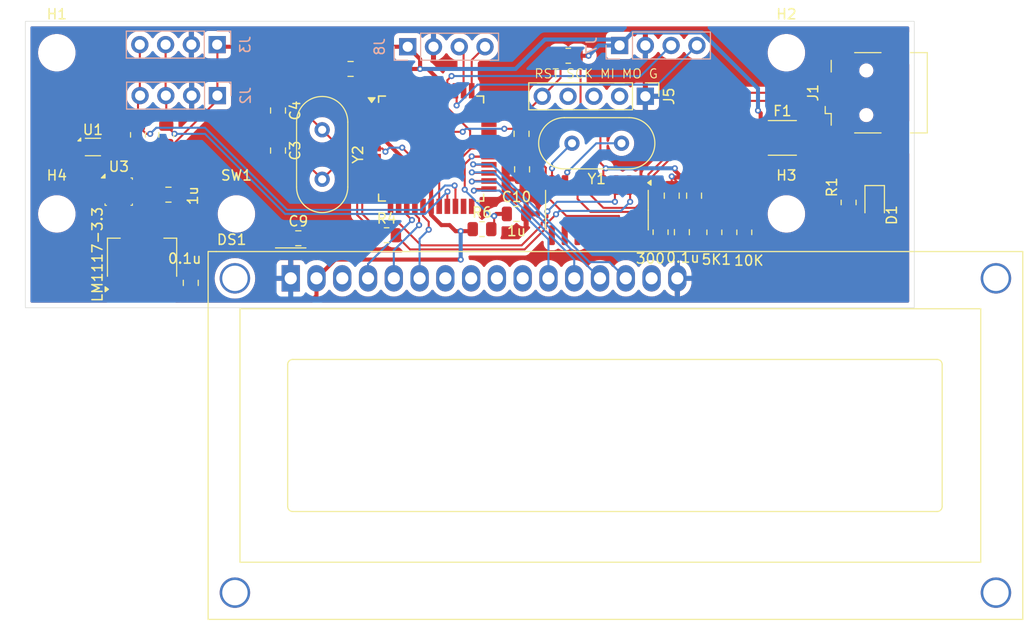
<source format=kicad_pcb>
(kicad_pcb (version 20240108) (generator "pcbnew") (generator_version "8.0")
  (layers (0 "F.Cu" signal) (31 "B.Cu" signal) (34 "B.Paste" user) (35 "F.Paste" user) (36 "B.SilkS" user "B.Silkscreen") (37 "F.SilkS" user "F.Silkscreen") (38 "B.Mask" user) (39 "F.Mask" user) (44 "Edge.Cuts" user))
  (net 0 "")
  (net 1 "/PD5")
  (net 2 "/PD6")
  (net 3 "/PC5")
  (net 4 "/PD7")
  (net 5 "Net-(DS1-LED(+))")
  (net 6 "/PC6")
  (net 9 "/PC7")
  (net 10 "Net-(DS1-VO)")
  (net 12 "/PC4")
  (net 13 "/PC0")
  (net 14 "/PC1")
  (net 16 "/PD0")
  (net 17 "Net-(J1-VBUS)")
  (net 18 "+5V")
  (net 19 "GND")
  (net 20 "Net-(J1-D+)")
  (net 21 "Net-(J1-D-)")
  (net 22 "/RST")
  (net 23 "/MISO")
  (net 24 "/SCK")
  (net 25 "/MOSI")
  (net 30 "/PC2")
  (net 31 "/PD4")
  (net 32 "/PD1")
  (net 33 "/PC3")
  (net 34 "/PD2")
  (net 35 "Net-(U2-GND-Pad18)")
  (net 37 "/PD3")
  (net 39 "Net-(U2-XTAL1)")
  (net 44 "Net-(U2-AVCC)")
  (net 49 "Net-(U2-AREF)")
  (net 51 "Net-(U2-XTAL2)")
  (net 61 "Net-(U5-XI)")
  (net 64 "Net-(U5-XO)")
  (net 66 "Net-(U5-TXD)")
  (net 70 "Net-(U5-~{RTS})")
  (net 71 "Net-(U5-VCC)")
  (net 72 "/3V3")
  (net 73 "Net-(D1-A)")
  (net 75 "/MQ2_A")
  (net 76 "/MQ2_D")
  (net 77 "/MQ135_D")
  (net 78 "/MQ135_A")
  (footprint "Package_TO_SOT_SMD:SOT-223-3_TabPin2" (layer "F.Cu") (at 37.5 53.3 90)
    (property "Reference" "U6" (hide yes))
    (property "Value" "LM1117-3.3")
  )
  (footprint "Capacitor_SMD:C_0805_2012Metric" (layer "F.Cu") (at 74.95 44.6 -90)
    (property "Reference" "C6" (hide yes))
    (property "Value" "0.1u")
  )
  (footprint "Package_SO:SOIC-16_3.9x9.9mm_P1.27mm" (layer "F.Cu") (at 82.325 48.625 -90)
    (property "Reference" "U5" (hide yes))
    (property "Value" "CH340G" (hide yes))
  )
  (footprint "Sensor_Humidity:Sensirion_DFN-4_1.5x1.5mm_P0.8mm_SHT4x_NoCentralPad" (layer "F.Cu") (at 32.6575 42.4)
    (property "Reference" "U1")
    (property "Value" "SHT4x")
  )
  (footprint "Resistor_SMD:R_0805_2012Metric" (layer "F.Cu") (at 61.6 51.1)
    (property "Reference" "R4")
    (property "Value" "10K")
  )
  (footprint "Capacitor_SMD:C_0805_2012Metric" (layer "F.Cu") (at 42.3 55.8 -90)
    (property "Reference" "C11" (hide yes))
    (property "Value" "0.1u")
  )
  (footprint "MountingHole:MountingHole_3.2mm_M3_DIN965" (layer "F.Cu") (at 29.1 33.1)
    (property "Reference" "H1")
    (property "Value" "mh")
  )
  (footprint "Capacitor_SMD:C_0805_2012Metric" (layer "F.Cu") (at 50.9 42.75 -90)
    (property "Reference" "C3")
    (property "Value" "0.1u")
  )
  (footprint "Crystal:Crystal_HC49-4H_Vertical" (layer "F.Cu") (at 84.75 42.03 180)
    (property "Reference" "Y1")
    (property "Value" "12MHz")
  )
  (footprint "Capacitor_SMD:C_0805_2012Metric" (layer "F.Cu") (at 58.05 34.7)
    (property "Reference" "C7" (hide yes))
    (property "Value" "0.1u")
  )
  (footprint "Resistor_SMD:R_0805_2012Metric" (layer "F.Cu") (at 93.9 50.8125 90)
    (property "Reference" "R8" (hide yes))
    (property "Value" "5K1")
  )
  (footprint "MountingHole:MountingHole_3.2mm_M3_DIN965" (layer "F.Cu") (at 101 33.1)
    (property "Reference" "H2")
    (property "Value" "mh")
  )
  (footprint "Connector_PinHeader_2.54mm:PinHeader_1x05_P2.54mm_Vertical" (layer "F.Cu") (at 87.1 37.4 -90)
    (property "Reference" "J5")
    (property "Value" "USBASP2" (hide yes))
  )
  (footprint "Package_QFP:TQFP-44_10x10mm_P0.8mm" (layer "F.Cu") (at 65.985 42.55)
    (property "Reference" "U2" (hide yes))
    (property "Value" "ATmega32A-A")
  )
  (footprint "Capacitor_SMD:C_0805_2012Metric" (layer "F.Cu") (at 90.7 50.8 -90)
    (property "Reference" "C1" (hide yes))
    (property "Value" "0.1u")
  )
  (footprint "Display:WC1602A" (layer "F.Cu") (at 52.15 55.35)
    (property "Reference" "DS1")
    (property "Value" "WC1602A")
  )
  (footprint "Package_LGA:Bosch_LGA-8_2.5x2.5mm_P0.65mm_ClockwisePinNumbering" (layer "F.Cu") (at 35.2 46.8)
    (property "Reference" "U3")
    (property "Value" "BME280")
  )
  (footprint "LED_SMD:LED_0805_2012Metric" (layer "F.Cu") (at 109.7 47.8875 -90)
    (property "Reference" "D1")
    (property "Value" "LED")
  )
  (footprint "MountingHole:MountingHole_3.2mm_M3_DIN965" (layer "F.Cu") (at 101 49)
    (property "Reference" "H3")
    (property "Value" "mh")
  )
  (footprint "Capacitor_SMD:C_0805_2012Metric" (layer "F.Cu") (at 40.1 47.1)
    (property "Reference" "C12" (hide yes))
    (property "Value" "1u")
  )
  (footprint "Resistor_SMD:R_0805_2012Metric" (layer "F.Cu") (at 96.85 50.8125 90)
    (property "Reference" "R9" (hide yes))
    (property "Value" "10K")
  )
  (footprint "Resistor_SMD:R_0805_2012Metric" (layer "F.Cu") (at 79.5 33.4)
    (property "Reference" "R5" (hide yes))
    (property "Value" "10K")
  )
  (footprint "Capacitor_SMD:C_0805_2012Metric" (layer "F.Cu") (at 50.9 38.8 -90)
    (property "Reference" "C4")
    (property "Value" "0.1u")
  )
  (footprint "Crystal:Crystal_HC49-4H_Vertical" (layer "F.Cu") (at 55.25 40.7 -90)
    (property "Reference" "Y2")
    (property "Value" "8MHz")
  )
  (footprint "MountingHole:MountingHole_3.2mm_M3_DIN965" (layer "F.Cu") (at 46.8 49)
    (property "Reference" "SW1")
    (property "Value" "SW_DIP_x04")
  )
  (footprint "Capacitor_SMD:C_0805_2012Metric" (layer "F.Cu") (at 52.9 51.4)
    (property "Reference" "C9")
    (property "Value" "0.1u")
  )
  (footprint "Capacitor_SMD:C_0805_2012Metric" (layer "F.Cu") (at 89.7 47.2 -90)
    (property "Reference" "C2" (hide yes))
    (property "Value" "0.1u")
  )
  (footprint "Fuse:Fuse_1812_4532Metric" (layer "F.Cu") (at 100.6 41.5)
    (property "Reference" "F1")
    (property "Value" ".5A")
  )
  (footprint "Capacitor_SMD:C_0805_2012Metric" (layer "F.Cu") (at 91.9 47.2 90)
    (property "Reference" "C8" (hide yes))
    (property "Value" "0.1u")
  )
  (footprint "Resistor_SMD:R_0805_2012Metric" (layer "F.Cu") (at 107.13 47.8675 90)
    (property "Reference" "R1")
    (property "Value" "10K")
  )
  (footprint "Connector_USB:USB_Mini-B_Wuerth_65100516121_Horizontal" (layer "F.Cu") (at 108.875 37.05 90)
    (property "Reference" "J1")
    (property "Value" "USB_B_Mini")
  )
  (footprint "Resistor_SMD:R_0805_2012Metric" (layer "F.Cu") (at 88.6 50.8 -90)
    (property "Reference" "R7" (hide yes))
    (property "Value" "300")
  )
  (footprint "Resistor_SMD:R_0805_2012Metric" (layer "F.Cu") (at 39.8875 41.2 90)
    (property "Reference" "R2" (hide yes))
    (property "Value" "10K")
  )
  (footprint "Capacitor_SMD:C_0805_2012Metric" (layer "F.Cu") (at 74.9 41.1 -90)
    (property "Reference" "C5" (hide yes))
    (property "Value" "0.1u")
  )
  (footprint "Resistor_SMD:R_0805_2012Metric" (layer "F.Cu") (at 71 50.5)
    (property "Reference" "R6")
    (property "Value" "10")
  )
  (footprint "Resistor_SMD:R_0805_2012Metric" (layer "F.Cu") (at 37.1 41.2 90)
    (property "Reference" "R3" (hide yes))
    (property "Value" "10K")
  )
  (footprint "Capacitor_SMD:C_0805_2012Metric" (layer "F.Cu") (at 74.4 49)
    (property "Reference" "C10")
    (property "Value" "1u")
  )
  (footprint "MountingHole:MountingHole_3.2mm_M3_DIN965" (layer "F.Cu") (at 29.1 49)
    (property "Reference" "H4")
    (property "Value" "mh")
  )
  (footprint "Connector_PinSocket_2.54mm:PinSocket_1x04_P2.54mm_Vertical" (layer "B.Cu") (at 84.560928 32.385182 -90)
    (property "Reference" "J7")
    (property "Value" "MQ2")
  )
  (footprint "Connector_PinSocket_2.54mm:PinSocket_1x04_P2.54mm_Vertical" (layer "B.Cu") (at 44.925 37.33 90)
    (property "Reference" "J2")
    (property "Value" "I2C")
  )
  (footprint "Connector_PinSocket_2.54mm:PinSocket_1x04_P2.54mm_Vertical" (layer "B.Cu") (at 44.9 32.3 90)
    (property "Reference" "J3")
    (property "Value" "I2C")
  )
  (footprint "Connector_PinSocket_2.54mm:PinSocket_1x04_P2.54mm_Vertical" (layer "B.Cu") (at 63.68 32.51 -90)
    (property "Reference" "J8")
    (property "Value" "MQ135")
  )
  (gr_rect (start 26 30) (end 113.6 58.25) (stroke (width 0.05)) (fill none) (layer "Edge.Cuts"))
  (gr_text "RST SCK MI MO G" (at 76.1 35.7 0) (layer "F.SilkS") (effects (font (size 0.9 0.9) (thickness 0.1)) (justify left bottom)))
  (segment (start 63.585 48.25) (end 63.585 49.085) (width 0.2) (layer "F.Cu") (net 1))
  (segment (start 63.585 49.085) (end 64.1 49.6) (width 0.2) (layer "F.Cu") (net 1))
  (via (at 64.1 49.6) (size 0.6) (drill 0.3) (layers "F.Cu" "B.Cu") (net 1))
  (segment (start 59.77 53.93) (end 59.77 55.35) (width 0.2) (layer "B.Cu") (net 1))
  (segment (start 64.1 49.6) (end 59.77 53.93) (width 0.2) (layer "B.Cu") (net 1))
  (segment (start 64.385 48.25) (end 64.385 49.036471) (width 0.2) (layer "F.Cu") (net 2))
  (segment (start 64.8 49.451471) (end 64.8 50.1) (width 0.2) (layer "F.Cu") (net 2))
  (segment (start 64.385 49.036471) (end 64.8 49.451471) (width 0.2) (layer "F.Cu") (net 2))
  (via (at 64.8 50.1) (size 0.6) (drill 0.3) (layers "F.Cu" "B.Cu") (net 2))
  (segment (start 64.8 50.1) (end 62.31 52.59) (width 0.2) (layer "B.Cu") (net 2))
  (segment (start 62.31 52.59) (end 62.31 55.35) (width 0.2) (layer "B.Cu") (net 2))
  (segment (start 71.685 45.75) (end 70.05 45.75) (width 0.2) (layer "F.Cu") (net 3))
  (segment (start 70.05 45.75) (end 70 45.8) (width 0.2) (layer "F.Cu") (net 3))
  (via (at 70 45.8) (size 0.6) (drill 0.3) (layers "F.Cu" "B.Cu") (net 3))
  (segment (start 70 45.8) (end 72.4 45.8) (width 0.2) (layer "B.Cu") (net 3))
  (segment (start 72.4 45.8) (end 80.09 53.49) (width 0.2) (layer "B.Cu") (net 3))
  (segment (start 80.09 53.49) (end 80.09 55.35) (width 0.2) (layer "B.Cu") (net 3))
  (segment (start 65.75 49.765) (end 65.185 49.2) (width 0.2) (layer "F.Cu") (net 4))
  (segment (start 65.185 49.2) (end 65.185 48.25) (width 0.2) (layer "F.Cu") (net 4))
  (segment (start 65.75 50.55) (end 65.75 49.765) (width 0.2) (layer "F.Cu") (net 4))
  (via (at 65.75 50.55) (size 0.6) (drill 0.3) (layers "F.Cu" "B.Cu") (net 4))
  (segment (start 64.85 51.45) (end 64.85 55.35) (width 0.2) (layer "B.Cu") (net 4))
  (segment (start 65.75 50.55) (end 64.85 51.45) (width 0.2) (layer "B.Cu") (net 4))
  (segment (start 71.685 44.95) (end 70.05 44.95) (width 0.2) (layer "F.Cu") (net 6))
  (segment (start 70.05 44.95) (end 70 44.9) (width 0.2) (layer "F.Cu") (net 6))
  (via (at 70 44.9) (size 0.6) (drill 0.3) (layers "F.Cu" "B.Cu") (net 6))
  (segment (start 70 44.9) (end 72.18 44.9) (width 0.2) (layer "B.Cu") (net 6))
  (segment (start 72.18 44.9) (end 82.63 55.35) (width 0.2) (layer "B.Cu") (net 6))
  (segment (start 71.685 44.15) (end 70.170637 44.15) (width 0.2) (layer "F.Cu") (net 9))
  (segment (start 70.170637 44.15) (end 70.13152 44.110883) (width 0.2) (layer "F.Cu") (net 9))
  (via (at 70.13152 44.110883) (size 0.6) (drill 0.3) (layers "F.Cu" "B.Cu") (net 9))
  (segment (start 83.57 53.75) (end 85.17 55.35) (width 0.2) (layer "B.Cu") (net 9))
  (segment (start 71.956569 44.110883) (end 81.595686 53.75) (width 0.2) (layer "B.Cu") (net 9))
  (segment (start 81.595686 53.75) (end 83.57 53.75) (width 0.2) (layer "B.Cu") (net 9))
  (segment (start 70.13152 44.110883) (end 71.956569 44.110883) (width 0.2) (layer "B.Cu") (net 9))
  (segment (start 71.685 46.55) (end 70.35 46.55) (width 0.2) (layer "F.Cu") (net 12))
  (segment (start 70.35 46.55) (end 70.2 46.7) (width 0.2) (layer "F.Cu") (net 12))
  (via (at 70.2 46.7) (size 0.6) (drill 0.3) (layers "F.Cu" "B.Cu") (net 12))
  (segment (start 72.734314 46.7) (end 77.55 51.515686) (width 0.2) (layer "B.Cu") (net 12))
  (segment (start 77.55 51.515686) (end 77.55 55.35) (width 0.2) (layer "B.Cu") (net 12))
  (segment (start 70.2 46.7) (end 72.734314 46.7) (width 0.2) (layer "B.Cu") (net 12))
  (segment (start 39.845 37.33) (end 39.845 37.245) (width 0.2) (layer "F.Cu") (net 13))
  (segment (start 39.845 37.245) (end 39.82 37.22) (width 0.2) (layer "F.Cu") (net 13))
  (segment (start 40.7 41.1) (end 39.8875 40.2875) (width 0.2) (layer "F.Cu") (net 13))
  (segment (start 39.8875 37.3725) (end 39.845 37.33) (width 0.2) (layer "F.Cu") (net 13))
  (segment (start 39.8875 40.2875) (end 39.8875 37.3725) (width 0.2) (layer "F.Cu") (net 13))
  (segment (start 67.585 46.815) (end 67.6 46.8) (width 0.2) (layer "F.Cu") (net 13))
  (segment (start 39.82 37.22) (end 39.82 32.3) (width 0.2) (layer "F.Cu") (net 13))
  (segment (start 67.585 48.25) (end 67.585 46.815) (width 0.2) (layer "F.Cu") (net 13))
  (via (at 40.7 41.1) (size 0.6) (drill 0.3) (layers "F.Cu" "B.Cu") (net 13))
  (via (at 67.6 46.8) (size 0.6) (drill 0.3) (layers "F.Cu" "B.Cu") (net 13))
  (segment (start 43.7 41.1) (end 40.7 41.1) (width 0.2) (layer "B.Cu") (net 13))
  (segment (start 67.6 46.8) (end 65.4 49) (width 0.2) (layer "B.Cu") (net 13))
  (segment (start 51.6 49) (end 43.7 41.1) (width 0.2) (layer "B.Cu") (net 13))
  (segment (start 65.4 49) (end 51.6 49) (width 0.2) (layer "B.Cu") (net 13))
  (segment (start 37.305 37.33) (end 37.305 37.295) (width 0.2) (layer "F.Cu") (net 14))
  (segment (start 38.3 41.1) (end 37.9125 41.1) (width 0.2) (layer "F.Cu") (net 14))
  (segment (start 68.385 46.615) (end 68.4 46.6) (width 0.2) (layer "F.Cu") (net 14))
  (segment (start 37.1 40.2875) (end 37.1 37.535) (width 0.2) (layer "F.Cu") (net 14))
  (segment (start 37.28 37.27) (end 37.28 32.3) (width 0.2) (layer "F.Cu") (net 14))
  (segment (start 68.385 46.7) (end 68.385 46.615) (width 0.2) (layer "F.Cu") (net 14))
  (segment (start 68.385 46.285) (end 68.3 46.2) (width 0.2) (layer "F.Cu") (net 14))
  (segment (start 68.385 48.25) (end 68.385 46.7) (width 0.2) (layer "F.Cu") (net 14))
  (segment (start 37.1 37.535) (end 37.305 37.33) (width 0.2) (layer "F.Cu") (net 14))
  (segment (start 37.305 37.295) (end 37.28 37.27) (width 0.2) (layer "F.Cu") (net 14))
  (segment (start 37.9125 41.1) (end 37.1 40.2875) (width 0.2) (layer "F.Cu") (net 14))
  (segment (start 68.385 46.7) (end 68.385 46.285) (width 0.2) (layer "F.Cu") (net 14))
  (via (at 68.3 46.2) (size 0.6) (drill 0.3) (layers "F.Cu" "B.Cu") (net 14))
  (via (at 38.3 41.1) (size 0.6) (drill 0.3) (layers "F.Cu" "B.Cu") (net 14))
  (segment (start 38.9 40.5) (end 38.3 41.1) (width 0.2) (layer "B.Cu") (net 14))
  (segment (start 43.7 40.5) (end 38.9 40.5) (width 0.2) (layer "B.Cu") (net 14))
  (segment (start 68.3 46.2) (end 67.351471 46.2) (width 0.2) (layer "B.Cu") (net 14))
  (segment (start 65 48.551471) (end 65 48.6) (width 0.2) (layer "B.Cu") (net 14))
  (segment (start 65.1 48.6) (end 51.8 48.6) (width 0.2) (layer "B.Cu") (net 14))
  (segment (start 51.8 48.6) (end 43.7 40.5) (width 0.2) (layer "B.Cu") (net 14))
  (segment (start 65 48.6) (end 65.1 48.6) (width 0.2) (layer "B.Cu") (net 14))
  (segment (start 67.351471 46.2) (end 65 48.551471) (width 0.2) (layer "B.Cu") (net 14))
  (segment (start 58.7 49.1125) (end 58.7 45.585) (width 0.2) (layer "F.Cu") (net 16))
  (segment (start 60.6875 51.1) (end 58.7 49.1125) (width 0.2) (layer "F.Cu") (net 16))
  (segment (start 58.7 45.585) (end 59.335 44.95) (width 0.2) (layer "F.Cu") (net 16))
  (segment (start 59.335 44.95) (end 60.285 44.95) (width 0.2) (layer "F.Cu") (net 16))
  (segment (start 106.275 38.65) (end 105.5875 38.65) (width 0.4) (layer "F.Cu") (net 17))
  (segment (start 105.5875 38.65) (end 102.7375 41.5) (width 0.4) (layer "F.Cu") (net 17))
  (segment (start 89.8 45.4) (end 89.7 45.3) (width 0.4) (layer "F.Cu") (net 18))
  (segment (start 65.66 34.7) (end 66.785 35.825) (width 0.4) (layer "F.Cu") (net 18))
  (segment (start 68.4 50.7) (end 67.8 50.1) (width 0.4) (layer "F.Cu") (net 18))
  (segment (start 59 34.7) (end 62.5 34.7) (width 0.4) (layer "F.Cu") (net 18))
  (segment (start 45.11 32.51) (end 44.9 32.3) (width 0.4) (layer "F.Cu") (net 18))
  (segment (start 59.135 37.875) (end 62.31 34.7) (width 0.4) (layer "F.Cu") (net 18))
  (segment (start 54.2 57.55) (end 54.69 57.06) (width 0.4) (layer "F.Cu") (net 18))
  (segment (start 80.7125 38.7125) (end 80.7125 33.7) (width 0.2) (layer "F.Cu") (net 18))
  (segment (start 63.68 32.51) (end 45.11 32.51) (width 0.4) (layer "F.Cu") (net 18))
  (segment (start 68.9 50.7) (end 68.4 50.7) (width 0.4) (layer "F.Cu") (net 18))
  (segment (start 39.8 56.45) (end 40.9 57.55) (width 0.4) (layer "F.Cu") (net 18))
  (segment (start 62.31 34.7) (end 62.5 34.7) (width 0.4) (layer "F.Cu") (net 18))
  (segment (start 93.575 49.575) (end 93.575 47.925) (width 0.2) (layer "F.Cu") (net 18))
  (segment (start 107.13 46.955) (end 105.755 46.955) (width 0.4) (layer "F.Cu") (net 18))
  (segment (start 101.2625 44.3) (end 99.98125 43.01875) (width 0.4) (layer "F.Cu") (net 18))
  (segment (start 90 44.7) (end 90 44.5) (width 0.4) (layer "F.Cu") (net 18))
  (segment (start 64.9 33.73) (end 63.68 32.51) (width 0.4) (layer "F.Cu") (net 18))
  (segment (start 93.9 49.9) (end 93.575 49.575) (width 0.2) (layer "F.Cu") (net 18))
  (segment (start 39.8875 42.1125) (end 40.5875 42.1125) (width 0.2) (layer "F.Cu") (net 18))
  (segment (start 55.95 53.5) (end 53.85 51.4) (width 0.4) (layer "F.Cu") (net 18))
  (segment (start 92.75 45.4) (end 90.7 45.4) (width 0.4) (layer "F.Cu") (net 18))
  (segment (start 96.65 41.5) (end 93.325 44.825) (width 0.4) (layer "F.Cu") (net 18))
  (segment (start 93.325 44.825) (end 92.75 45.4) (width 0.4) (layer "F.Cu") (net 18))
  (segment (start 69.8875 50.7) (end 70.0875 50.5) (width 0.4) (layer "F.Cu") (net 18))
  (segment (start 67 50.1) (end 65.985 49.085) (width 0.4) (layer "F.Cu") (net 18))
  (segment (start 40.9 57.55) (end 54.2 57.55) (width 0.4) (layer "F.Cu") (net 18))
  (segment (start 40.5875 42.1125) (end 44.925 37.775) (width 0.2) (layer "F.Cu") (net 18))
  (segment (start 80.7125 33.7) (end 80.4125 33.4) (width 0.2) (layer "F.Cu") (net 18))
  (segment (start 44.925 32.325) (end 44.9 32.3) (width 0.2) (layer "F.Cu") (net 18))
  (segment (start 60.285 41.75) (end 59.26 41.75) (width 0.4) (layer "F.Cu") (net 18))
  (segment (start 62.5 34.7) (end 64.9 34.7) (width 0.4) (layer "F.Cu") (net 18))
  (segment (start 82.67 43.97) (end 82.67 40.67) (width 0.2) (layer "F.Cu") (net 18))
  (segment (start 82.96 46.15) (end 82.96 44.74) (width 0.2) (layer "F.Cu") (net 18))
  (segment (start 103.2 44.3) (end 101.2625 44.3) (width 0.4) (layer "F.Cu") (net 18))
  (segment (start 90.65 46.25) (end 89.7 45.3) (width 0.2) (layer "F.Cu") (net 18))
  (segment (start 59.26 41.75) (end 59.135 41.625) (width 0.4) (layer "F.Cu") (net 18))
  (segment (start 93.575 47.925) (end 91.9 46.25) (width 0.2) (layer "F.Cu") (net 18))
  (segment (start 66.785 35.825) (end 66.785 36.85) (width 0.4) (layer "F.Cu") (net 18))
  (segment (start 59.135 41.625) (end 59.135 37.875) (width 0.4) (layer "F.Cu") (net 18))
  (segment (start 61.435 41.75) (end 60.285 41.75) (width 0.4) (layer "F.Cu") (net 18))
  (segment (start 90.7 45.4) (end 90 44.7) (width 0.4) (layer "F.Cu") (net 18))
  (segment (start 56.54 53.5) (end 68.9 53.5) (width 0.4) (layer "F.Cu") (net 18))
  (segment (start 54.69 57.06) (end 54.69 55.35) (width 0.4) (layer "F.Cu") (net 18))
  (segment (start 65.985 46.3) (end 61.435 41.75) (width 0.4) (layer "F.Cu") (net 18))
  (segment (start 64.9 34.7) (end 65.66 34.7) (width 0.4) (layer "F.Cu") (net 18))
  (segment (start 56.54 53.5) (end 55.95 53.5) (width 0.4) (layer "F.Cu") (net 18))
  (segment (start 83.2 44.5) (end 82.67 43.97) (width 0.2) (layer "F.Cu") (net 18))
  (segment (start 39.8875 42.1125) (end 37.1 42.1125) (width 0.2) (layer "F.Cu") (net 18))
  (segment (start 89.7 45.3) (end 89.7 46.25) (width 0.2) (layer "F.Cu") (net 18))
  (segment (start 93.325 44.825) (end 91.9 46.25) (width 0.4) (layer "F.Cu") (net 18))
  (segment (start 90.7 45.4) (end 89.8 45.4) (width 0.4) (layer "F.Cu") (net 18))
  (segment (start 82.96 44.74) (end 83.2 44.5) (width 0.2) (layer "F.Cu") (net 18))
  (segment (start 103.3 44.5) (end 103.3 44.4) (width 0.4) (layer "F.Cu") (net 18))
  (segment (start 44.925 37.775) (end 44.925 37.33) (width 0.2) (layer "F.Cu") (net 18))
  (segment (start 68.9 50.7) (end 69.8875 50.7) (width 0.4) (layer "F.Cu") (net 18))
  (segment (start 99.98125 43.01875) (end 98.4625 41.5) (width 0.4) (layer "F.Cu") (net 18))
  (segment (start 67.8 50.1) (end 67 50.1) (width 0.4) (layer "F.Cu") (net 18))
  (segment (start 81.5 33.4) (end 80.4125 33.4) (width 0.4) (layer "F.Cu") (net 18))
  (segment (start 64.9 34.7) (end 64.9 33.73) (width 0.4) (layer "F.Cu") (net 18))
  (segment (start 103.3 44.4) (end 103.2 44.3) (width 0.4) (layer "F.Cu") (net 18))
  (segment (start 65.985 49.085) (end 65.985 48.25) (width 0.4) (layer "F.Cu") (net 18))
  (segment (start 105.755 46.955) (end 103.3 44.5) (width 0.4) (layer "F.Cu") (net 18))
  (segment (start 65.985 48.25) (end 65.985 46.3) (width 0.4) (layer "F.Cu") (net 18))
  (segment (start 98.4625 41.5) (end 96.65 41.5) (width 0.4) (layer "F.Cu") (net 18))
  (segment (start 98.4625 41.5) (end 98.4625 39.0625) (width 0.4) (layer "F.Cu") (net 18))
  (segment (start 82.67 40.67) (end 80.7125 38.7125) (width 0.2) (layer "F.Cu") (net 18))
  (segment (start 98.4625 39.0625) (end 98.2 38.8) (width 0.4) (layer "F.Cu") (net 18))
  (segment (start 54.69 55.35) (end 56.54 53.5) (width 0.4) (layer "F.Cu") (net 18))
  (segment (start 91.9 46.25) (end 89.7 46.25) (width 0.4) (layer "F.Cu") (net 18))
  (segment (start 44.925 37.33) (end 44.925 32.325) (width 0.2) (layer "F.Cu") (net 18))
  (segment (start 91.9 46.25) (end 90.65 46.25) (width 0.2) (layer "F.Cu") (net 18))
  (via (at 89.7 45.3) (size 0.6) (drill 0.3) (layers "F.Cu" "B.Cu") (net 18))
  (via (at 90 44.5) (size 0.6) (drill 0.3) (layers "F.Cu" "B.Cu") (net 18))
  (via (at 98.2 38.8) (size 0.6) (drill 0.3) (layers "F.Cu" "B.Cu") (net 18))
  (via (at 68.9 50.7) (size 0.6) (drill 0.3) (layers "F.Cu" "B.Cu") (net 18))
  (via (at 81.5 33.4) (size 0.6) (drill 0.3) (layers "F.Cu" "B.Cu") (net 18))
  (via (at 83.2 44.5) (size 0.6) (drill 0.3) (layers "F.Cu" "B.Cu") (net 18))
  (via (at 64.9 34.7) (size 0.6) (drill 0.3) (layers "F.Cu" "B.Cu") (net 18))
  (via (at 68.9 53.5) (size 0.6) (drill 0.3) (layers "F.Cu" "B.Cu") (net 18))
  (segment (start 68.9 53.5) (end 68.9 50.7) (width 0.4) (layer "B.Cu") (net 18))
  (segment (start 84.560928 32.385182) (end 82.514818 32.385182) (width 0.4) (layer "B.Cu") (net 18))
  (segment (start 84.3 44.5) (end 90 44.5) (width 0.4) (layer "B.Cu") (net 18))
  (segment (start 98.2 36.636487) (end 92.663513 31.1) (width 0.4) (layer "B.Cu") (net 18))
  (segment (start 92.663513 31.1) (end 85.84611 31.1) (width 0.4) (layer "B.Cu") (net 18))
  (segment (start 74.3 34.7) (end 77.2 31.8) (width 0.4) (layer "B.Cu") (net 18))
  (segment (start 98.2 38.8) (end 98.2 36.636487) (width 0.4) (layer "B.Cu") (net 18))
  (segment (start 83.975746 31.8) (end 84.560928 32.385182) (width 0.4) (layer "B.Cu") (net 18))
  (segment (start 85.84611 31.1) (end 84.560928 32.385182) (width 0.4) (layer "B.Cu") (net 18))
  (segment (start 84.1 44.5) (end 84.2 44.4) (width 0.4) (layer "B.Cu") (net 18))
  (segment (start 64.9 34.7) (end 74.3 34.7) (width 0.4) (layer "B.Cu") (net 18))
  (segment (start 84.2 44.4) (end 84.3 44.5) (width 0.4) (layer "B.Cu") (net 18))
  (segment (start 82.514818 32.385182) (end 81.5 33.4) (width 0.4) (layer "B.Cu") (net 18))
  (segment (start 83.2 44.5) (end 84.1 44.5) (width 0.4) (layer "B.Cu") (net 18))
  (segment (start 77.2 31.8) (end 83.975746 31.8) (width 0.4) (layer "B.Cu") (net 18))
  (segment (start 87.4 45.1) (end 87.4 47.135552) (width 0.2) (layer "F.Cu") (net 20))
  (segment (start 95.45 37.05) (end 87.4 45.1) (width 0.2) (layer "F.Cu") (net 20))
  (segment (start 82.965001 48.4) (end 81.69 47.124999) (width 0.2) (layer "F.Cu") (net 20))
  (segment (start 81.69 47.124999) (end 81.69 46.15) (width 0.2) (layer "F.Cu") (net 20))
  (segment (start 87.4 47.135552) (end 86.135552 48.4) (width 0.2) (layer "F.Cu") (net 20))
  (segment (start 86.135552 48.4) (end 82.965001 48.4) (width 0.2) (layer "F.Cu") (net 20))
  (segment (start 106.275 37.05) (end 95.45 37.05) (width 0.2) (layer "F.Cu") (net 20))
  (segment (start 90.147029 42.952971) (end 87.8 45.3) (width 0.2) (layer "F.Cu") (net 21))
  (segment (start 80.42 47.52) (end 80.42 46.15) (width 0.2) (layer "F.Cu") (net 21))
  (segment (start 86.301238 48.8) (end 81.7 48.8) (width 0.2) (layer "F.Cu") (net 21))
  (segment (start 87.8 47.301238) (end 86.301238 48.8) (width 0.2) (layer "F.Cu") (net 21))
  (segment (start 96.955942 37.85) (end 91.852971 42.952971) (width 0.2) (layer "F.Cu") (net 21))
  (segment (start 91.852971 42.952971) (end 90.147029 42.952971) (width 0.2) (layer "F.Cu") (net 21))
  (segment (start 106.275 37.85) (end 96.955942 37.85) (width 0.2) (layer "F.Cu") (net 21))
  (segment (start 87.8 45.3) (end 87.8 47.301238) (width 0.2) (layer "F.Cu") (net 21))
  (segment (start 81.7 48.8) (end 80.42 47.52) (width 0.2) (layer "F.Cu") (net 21))
  (segment (start 60.335 40.9) (end 60.285 40.95) (width 0.2) (layer "F.Cu") (net 22))
  (segment (start 76.94 37.4) (end 74.9 39.44) (width 0.2) (layer "F.Cu") (net 22))
  (segment (start 78.74 35.6) (end 78.74 33.5525) (width 0.2) (layer "F.Cu") (net 22))
  (segment (start 69.1 40.9) (end 60.335 40.9) (width 0.2) (layer "F.Cu") (net 22))
  (segment (start 74.9 39.44) (end 74.9 40.15) (width 0.2) (layer "F.Cu") (net 22))
  (segment (start 74.45 40.6) (end 74.9 40.15) (width 0.2) (layer "F.Cu") (net 22))
  (segment (start 76.94 37.4) (end 78.74 35.6) (width 0.2) (layer "F.Cu") (net 22))
  (segment (start 73.2 40.6) (end 74.45 40.6) (width 0.2) (layer "F.Cu") (net 22))
  (segment (start 78.74 33.5525) (end 78.5875 33.4) (width 0.2) (layer "F.Cu") (net 22))
  (via (at 73.2 40.6) (size 0.6) (drill 0.3) (layers "F.Cu" "B.Cu") (net 22))
  (via (at 69.1 40.9) (size 0.6) (drill 0.3) (layers "F.Cu" "B.Cu") (net 22))
  (segment (start 69.1 40.9) (end 69.4 40.6) (width 0.2) (layer "B.Cu") (net 22))
  (segment (start 69.4 40.6) (end 73.2 40.6) (width 0.2) (layer "B.Cu") (net 22))
  (segment (start 59.2 46.01) (end 59.46 45.75) (width 0.2) (layer "F.Cu") (net 32))
  (segment (start 77.447108 49.316646) (end 76.88 49.883754) (width 0.2) (layer "F.Cu") (net 32))
  (segment (start 59.46 45.75) (end 60.285 45.75) (width 0.2) (layer "F.Cu") (net 32))
  (segment (start 77.447108 48.752892) (end 77.447108 49.316646) (width 0.2) (layer "F.Cu") (net 32))
  (segment (start 62.809744 49.9) (end 60.1 49.9) (width 0.2) (layer "F.Cu") (net 32))
  (segment (start 60.1 49.9) (end 59.2 49) (width 0.2) (layer "F.Cu") (net 32))
  (segment (start 74.9 52.1) (end 65 52.1) (width 0.2) (layer "F.Cu") (net 32))
  (segment (start 84.1 47.8) (end 84.1 46.28) (width 0.2) (layer "F.Cu") (net 32))
  (segment (start 65 52.1) (end 63.325 50.425) (width 0.2) (layer "F.Cu") (net 32))
  (segment (start 63.325 50.425) (end 63.325 50.415256) (width 0.2) (layer "F.Cu") (net 32))
  (segment (start 76.88 50.12) (end 74.9 52.1) (width 0.2) (layer "F.Cu") (net 32))
  (segment (start 59.2 49) (end 59.2 46.01) (width 0.2) (layer "F.Cu") (net 32))
  (segment (start 84.1 46.28) (end 84.23 46.15) (width 0.2) (layer "F.Cu") (net 32))
  (segment (start 63.325 50.415256) (end 62.809744 49.9) (width 0.2) (layer "F.Cu") (net 32))
  (segment (start 76.88 49.883754) (end 76.88 50.12) (width 0.2) (layer "F.Cu") (net 32))
  (via (at 84.1 47.8) (size 0.6) (drill 0.3) (layers "F.Cu" "B.Cu") (net 32))
  (via (at 77.447108 48.752892) (size 0.6) (drill 0.3) (layers "F.Cu" "B.Cu") (net 32))
  (segment (start 77.447108 48.752892) (end 78.4 47.8) (width 0.2) (layer "B.Cu") (net 32))
  (segment (start 78.4 47.8) (end 84.1 47.8) (width 0.2) (layer "B.Cu") (net 32))
  (segment (start 69.911683 42.55) (end 71.685 42.55) (width 0.2) (layer "F.Cu") (net 35))
  (segment (start 64.705792 44.030842) (end 63.137475 42.462525) (width 0.2) (layer "F.Cu") (net 35))
  (segment (start 61.48586 42.858834) (end 61.177026 42.55) (width 0.2) (layer "F.Cu") (net 35))
  (segment (start 61.177026 42.55) (end 60.285 42.55) (width 0.2) (layer "F.Cu") (net 35))
  (segment (start 69.830842 42.630842) (end 69.830842 40.782313) (width 0.2) (layer "F.Cu") (net 35))
  (segment (start 69.830842 40.782313) (end 66.948529 37.9) (width 0.2) (layer "F.Cu") (net 35))
  (segment (start 66.948529 37.9) (end 66 37.9) (width 0.2) (layer "F.Cu") (net 35))
  (segment (start 68.430842 44.030842) (end 69.830842 42.630842) (width 0.2) (layer "F.Cu") (net 35))
  (segment (start 66 37.9) (end 65.985 37.885) (width 0.2) (layer "F.Cu") (net 35))
  (segment (start 65.985 37.885) (end 65.985 36.85) (width 0.2) (layer "F.Cu") (net 35))
  (segment (start 66.785 48.25) (end 66.785 45.676683) (width 0.2) (layer "F.Cu") (net 35))
  (segment (start 69.830842 42.630842) (end 69.911683 42.55) (width 0.2) (layer "F.Cu") (net 35))
  (segment (start 68.430842 44.030842) (end 64.705792 44.030842) (width 0.2) (layer "F.Cu") (net 35))
  (segment (start 66.785 45.676683) (end 68.430842 44.030842) (width 0.2) (layer "F.Cu") (net 35))
  (via (at 61.48586 42.858834) (size 0.6) (drill 0.3) (layers "F.Cu" "B.Cu") (net 35))
  (via (at 63.137475 42.462525) (size 0.6) (drill 0.3) (layers "F.Cu" "B.Cu") (net 35))
  (segment (start 63.137475 42.462525) (end 61.882169 42.462525) (width 0.2) (layer "B.Cu") (net 35))
  (segment (start 61.882169 42.462525) (end 61.48586 42.858834) (width 0.2) (layer "B.Cu") (net 35))
  (segment (start 50.9 43.7) (end 53.37 43.7) (width 0.2) (layer "F.Cu") (net 39))
  (segment (start 60.285 44.15) (end 56.68 44.15) (width 0.2) (layer "F.Cu") (net 39))
  (segment (start 56.68 44.15) (end 55.25 45.58) (width 0.2) (layer "F.Cu") (net 39))
  (segment (start 53.37 43.7) (end 55.25 45.58) (width 0.2) (layer "F.Cu") (net 39))
  (segment (start 71.685 43.35) (end 70.043874 43.35) (width 0.2) (layer "F.Cu") (net 44))
  (segment (start 73.45 49) (end 72.4 49) (width 0.4) (layer "F.Cu") (net 44))
  (segment (start 70.043874 43.35) (end 69.3 44.093874) (width 0.2) (layer "F.Cu") (net 44))
  (segment (start 72.4 49) (end 72.2 49.2) (width 0.4) (layer "F.Cu") (net 44))
  (segment (start 69.3 44.093874) (end 69.3 46.6) (width 0.2) (layer "F.Cu") (net 44))
  (segment (start 72.2 50.2125) (end 71.9125 50.5) (width 0.2) (layer "F.Cu") (net 44))
  (segment (start 70.011752 43.35) (end 69.985982 43.32423) (width 0.2) (layer "F.Cu") (net 44))
  (segment (start 72.2 49.2) (end 72.2 50.2125) (width 0.2) (layer "F.Cu") (net 44))
  (segment (start 71.685 43.35) (end 70.011752 43.35) (width 0.2) (layer "F.Cu") (net 44))
  (via (at 69.985982 43.32423) (size 0.6) (drill 0.3) (layers "F.Cu" "B.Cu") (net 44))
  (via (at 72.2 49.2) (size 0.6) (drill 0.3) (layers "F.Cu" "B.Cu") (net 44))
  (via (at 69.3 46.6) (size 0.6) (drill 0.3) (layers "F.Cu" "B.Cu") (net 44))
  (segment (start 69.3 46.6) (end 69.3 46.648529) (width 0.2) (layer "B.Cu") (net 44))
  (segment (start 71.851471 49.2) (end 72.2 49.2) (width 0.2) (layer "B.Cu") (net 44))
  (segment (start 69.3 46.648529) (end 71.851471 49.2) (width 0.2) (layer "B.Cu") (net 44))
  (segment (start 73.05 41.75) (end 71.685 41.75) (width 0.2) (layer "F.Cu") (net 49))
  (segment (start 74.95 43.65) (end 73.05 41.75) (width 0.2) (layer "F.Cu") (net 49))
  (segment (start 60.285 43.35) (end 57.9 43.35) (width 0.2) (layer "F.Cu") (net 51))
  (segment (start 57.9 43.35) (end 55.25 40.7) (width 0.2) (layer "F.Cu") (net 51))
  (segment (start 55.25 40.7) (end 52.4 37.85) (width 0.2) (layer "F.Cu") (net 51))
  (segment (start 52.4 37.85) (end 50.9 37.85) (width 0.2) (layer "F.Cu") (net 51))
  (segment (start 79.4 44.9) (end 79.4 45.9) (width 0.2) (layer "F.Cu") (net 61))
  (segment (start 79.4 45.9) (end 79.15 46.15) (width 0.2) (layer "F.Cu") (net 61))
  (via (at 79.4 44.9) (size 0.6) (drill 0.3) (layers "F.Cu" "B.Cu") (net 61))
  (segment (start 82.27 42.03) (end 79.4 44.9) (width 0.2) (layer "B.Cu") (net 61))
  (segment (start 84.75 42.03) (end 82.27 42.03) (width 0.2) (layer "B.Cu") (net 61))
  (segment (start 77.9 46.13) (end 77.88 46.15) (width 0.2) (layer "F.Cu") (net 64))
  (segment (start 77.9 44.5) (end 77.9 46.13) (width 0.2) (layer "F.Cu") (net 64))
  (via (at 77.9 44.5) (size 0.6) (drill 0.3) (layers "F.Cu" "B.Cu") (net 64))
  (segment (start 77.9 44) (end 77.9 44.5) (width 0.2) (layer "B.Cu") (net 64))
  (segment (start 79.87 42.03) (end 77.9 44) (width 0.2) (layer "B.Cu") (net 64))
  (segment (start 77.28 50.42) (end 75.2 52.5) (width 0.2) (layer "F.Cu") (net 66))
  (segment (start 85.6 46.25) (end 85.5 46.15) (width 0.2) (layer "F.Cu") (net 66))
  (segment (start 85.6 47.8) (end 85.6 46.25) (width 0.2) (layer "F.Cu") (net 66))
  (segment (start 75.2 52.5) (end 63.9125 52.5) (width 0.2) (layer "F.Cu") (net 66))
  (segment (start 63.9125 52.5) (end 62.5125 51.1) (width 0.2) (layer "F.Cu") (net 66))
  (segment (start 77.28 50.04944) (end 77.28 50.42) (width 0.2) (layer "F.Cu") (net 66))
  (segment (start 78.297784 49.031656) (end 77.28 50.04944) (width 0.2) (layer "F.Cu") (net 66))
  (via (at 78.297784 49.031656) (size 0.6) (drill 0.3) (layers "F.Cu" "B.Cu") (net 66))
  (via (at 85.6 47.8) (size 0.6) (drill 0.3) (layers "F.Cu" "B.Cu") (net 66))
  (segment (start 78.62944 48.7) (end 84.7 48.7) (width 0.2) (layer "B.Cu") (net 66))
  (segment (start 84.7 48.7) (end 85.6 47.8) (width 0.2) (layer "B.Cu") (net 66))
  (segment (start 78.297784 49.031656) (end 78.62944 48.7) (width 0.2) (layer "B.Cu") (net 66))
  (segment (start 77.28 44.47) (end 77.28 47.165552) (width 0.2) (layer "F.Cu") (net 70))
  (segment (start 84.5 49.2) (end 84.5 50.83) (width 0.2) (layer "F.Cu") (net 70))
  (segment (start 77.3 44.45) (end 77.28 44.47) (width 0.2) (layer "F.Cu") (net 70))
  (segment (start 79.314448 49.2) (end 84.5 49.2) (width 0.2) (layer "F.Cu") (net 70))
  (segment (start 74.9 42.05) (end 77.3 44.45) (width 0.2) (layer "F.Cu") (net 70))
  (segment (start 84.5 50.83) (end 84.23 51.1) (width 0.2) (layer "F.Cu") (net 70))
  (segment (start 77.28 47.165552) (end 79.314448 49.2) (width 0.2) (layer "F.Cu") (net 70))
  (segment (start 37.5 56.45) (end 37.5 50.15) (width 0.4) (layer "F.Cu") (net 72))
  (segment (start 39.15 48.5) (end 37.5 50.15) (width 0.2) (layer "F.Cu") (net 72))
  (segment (start 39.15 47.1) (end 39.15 48.5) (width 0.2) (layer "F.Cu") (net 72))
  (segment (start 109.655 48.78) (end 109.7 48.825) (width 0.4) (layer "F.Cu") (net 73))
  (segment (start 107.13 48.78) (end 109.655 48.78) (width 0.4) (layer "F.Cu") (net 73))
  (segment (start 68.5 36.965) (end 68.385 36.85) (width 0.2) (layer "F.Cu") (net 75))
  (segment (start 68.5 38.3) (end 68.5 36.965) (width 0.2) (layer "F.Cu") (net 75))
  (via (at 68.5 38.3) (size 0.6) (drill 0.3) (layers "F.Cu" "B.Cu") (net 75))
  (segment (start 92.180928 32.385182) (end 88.31611 36.25) (width 0.2) (layer "B.Cu") (net 75))
  (segment (start 88.31611 36.25) (end 70.55 36.25) (width 0.2) (layer "B.Cu") (net 75))
  (segment (start 70.55 36.25) (end 68.5 38.3) (width 0.2) (layer "B.Cu") (net 75))
  (segment (start 67.585 35.815) (end 68 35.4) (width 0.2) (layer "F.Cu") (net 76))
  (segment (start 67.585 36.85) (end 67.585 35.815) (width 0.2) (layer "F.Cu") (net 76))
  (via (at 68 35.4) (size 0.6) (drill 0.3) (layers "F.Cu" "B.Cu") (net 76))
  (segment (start 68 35.4) (end 86.62611 35.4) (width 0.2) (layer "B.Cu") (net 76))
  (segment (start 86.62611 35.4) (end 89.640928 32.385182) (width 0.2) (layer "B.Cu") (net 76))
  (segment (start 69.185 32.935) (end 68.76 32.51) (width 0.2) (layer "F.Cu") (net 77))
  (segment (start 69.185 36.85) (end 69.185 32.935) (width 0.2) (layer "F.Cu") (net 77))
  (segment (start 69.985 33.825) (end 71.3 32.51) (width 0.2) (layer "F.Cu") (net 78))
  (segment (start 69.985 36.85) (end 69.985 33.825) (width 0.2) (layer "F.Cu") (net 78))
  (zone (net 19) (net_name "GND") (layers "F&B.Cu") (connect_pads (clearance 0.5)) (min_thickness 0.25) (fill yes (thermal_gap 0.5) (thermal_bridge_width 0.5))
    (polygon (pts (xy 23.5 28.2) (xy 23.5 58.6) (xy 118.1 58.5) (xy 117.7 27.9) (xy 117.6 27.9)))
  )
)
</source>
